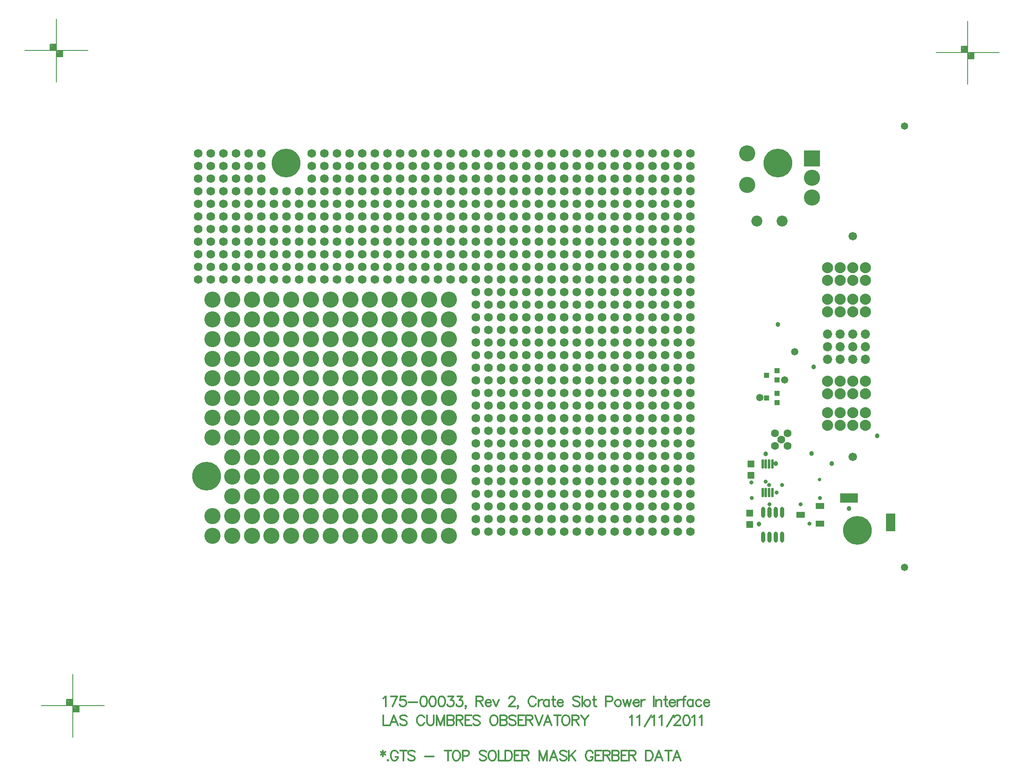
<source format=gts>
%FSLAX23Y23*%
%MOIN*%
G70*
G01*
G75*
G04 Layer_Color=8388736*
%ADD10R,0.135X0.070*%
%ADD11O,0.024X0.079*%
%ADD12R,0.036X0.036*%
%ADD13O,0.014X0.067*%
%ADD14R,0.059X0.039*%
%ADD15R,0.050X0.050*%
%ADD16R,0.070X0.135*%
%ADD17C,0.020*%
%ADD18C,0.040*%
%ADD19C,0.010*%
%ADD20C,0.012*%
%ADD21C,0.008*%
%ADD22C,0.012*%
%ADD23C,0.012*%
%ADD24C,0.120*%
%ADD25C,0.060*%
%ADD26C,0.220*%
%ADD27C,0.050*%
%ADD28C,0.059*%
%ADD29C,0.080*%
%ADD30C,0.065*%
%ADD31C,0.079*%
%ADD32R,0.120X0.120*%
%ADD33C,0.055*%
%ADD34C,0.030*%
%ADD35C,0.024*%
%ADD36C,0.020*%
%ADD37C,0.005*%
%ADD38C,0.110*%
%ADD39C,0.076*%
%ADD40C,0.206*%
%ADD41C,0.150*%
%ADD42C,0.190*%
%ADD43C,0.092*%
%ADD44C,0.073*%
%ADD45C,0.055*%
%ADD46C,0.068*%
%ADD47C,0.087*%
%ADD48C,0.007*%
%ADD49C,0.010*%
%ADD50C,0.024*%
%ADD51C,0.010*%
%ADD52C,0.039*%
%ADD53C,0.008*%
%ADD54C,0.006*%
%ADD55C,0.007*%
%ADD56R,0.239X0.139*%
%ADD57R,0.143X0.078*%
%ADD58O,0.032X0.087*%
%ADD59R,0.044X0.044*%
%ADD60O,0.022X0.075*%
%ADD61R,0.067X0.047*%
%ADD62R,0.058X0.058*%
%ADD63R,0.078X0.143*%
%ADD64C,0.128*%
%ADD65C,0.228*%
%ADD66C,0.058*%
%ADD67C,0.067*%
%ADD68C,0.088*%
%ADD69C,0.073*%
%ADD70C,0.087*%
%ADD71R,0.128X0.128*%
%ADD72C,0.063*%
%ADD73C,0.038*%
%ADD74C,0.032*%
%ADD75C,0.028*%
D20*
X22029Y14083D02*
Y14037D01*
X22010Y14072D02*
X22048Y14049D01*
Y14072D02*
X22010Y14049D01*
X22069Y14011D02*
X22065Y14007D01*
X22069Y14003D01*
X22072Y14007D01*
X22069Y14011D01*
X22147Y14064D02*
X22143Y14072D01*
X22136Y14079D01*
X22128Y14083D01*
X22113D01*
X22105Y14079D01*
X22098Y14072D01*
X22094Y14064D01*
X22090Y14053D01*
Y14034D01*
X22094Y14022D01*
X22098Y14015D01*
X22105Y14007D01*
X22113Y14003D01*
X22128D01*
X22136Y14007D01*
X22143Y14015D01*
X22147Y14022D01*
Y14034D01*
X22128D02*
X22147D01*
X22192Y14083D02*
Y14003D01*
X22165Y14083D02*
X22219D01*
X22281Y14072D02*
X22274Y14079D01*
X22262Y14083D01*
X22247D01*
X22236Y14079D01*
X22228Y14072D01*
Y14064D01*
X22232Y14056D01*
X22236Y14053D01*
X22243Y14049D01*
X22266Y14041D01*
X22274Y14037D01*
X22278Y14034D01*
X22281Y14026D01*
Y14015D01*
X22274Y14007D01*
X22262Y14003D01*
X22247D01*
X22236Y14007D01*
X22228Y14015D01*
X22362Y14037D02*
X22431D01*
X22544Y14083D02*
Y14003D01*
X22517Y14083D02*
X22571D01*
X22603D02*
X22595Y14079D01*
X22588Y14072D01*
X22584Y14064D01*
X22580Y14053D01*
Y14034D01*
X22584Y14022D01*
X22588Y14015D01*
X22595Y14007D01*
X22603Y14003D01*
X22618D01*
X22626Y14007D01*
X22633Y14015D01*
X22637Y14022D01*
X22641Y14034D01*
Y14053D01*
X22637Y14064D01*
X22633Y14072D01*
X22626Y14079D01*
X22618Y14083D01*
X22603D01*
X22660Y14041D02*
X22694D01*
X22705Y14045D01*
X22709Y14049D01*
X22713Y14056D01*
Y14068D01*
X22709Y14075D01*
X22705Y14079D01*
X22694Y14083D01*
X22660D01*
Y14003D01*
X22847Y14072D02*
X22839Y14079D01*
X22828Y14083D01*
X22813D01*
X22801Y14079D01*
X22794Y14072D01*
Y14064D01*
X22798Y14056D01*
X22801Y14053D01*
X22809Y14049D01*
X22832Y14041D01*
X22839Y14037D01*
X22843Y14034D01*
X22847Y14026D01*
Y14015D01*
X22839Y14007D01*
X22828Y14003D01*
X22813D01*
X22801Y14007D01*
X22794Y14015D01*
X22888Y14083D02*
X22880Y14079D01*
X22873Y14072D01*
X22869Y14064D01*
X22865Y14053D01*
Y14034D01*
X22869Y14022D01*
X22873Y14015D01*
X22880Y14007D01*
X22888Y14003D01*
X22903D01*
X22911Y14007D01*
X22918Y14015D01*
X22922Y14022D01*
X22926Y14034D01*
Y14053D01*
X22922Y14064D01*
X22918Y14072D01*
X22911Y14079D01*
X22903Y14083D01*
X22888D01*
X22945D02*
Y14003D01*
X22990D01*
X22999Y14083D02*
Y14003D01*
Y14083D02*
X23026D01*
X23037Y14079D01*
X23045Y14072D01*
X23049Y14064D01*
X23052Y14053D01*
Y14034D01*
X23049Y14022D01*
X23045Y14015D01*
X23037Y14007D01*
X23026Y14003D01*
X22999D01*
X23120Y14083D02*
X23070D01*
Y14003D01*
X23120D01*
X23070Y14045D02*
X23101D01*
X23133Y14083D02*
Y14003D01*
Y14083D02*
X23167D01*
X23179Y14079D01*
X23183Y14075D01*
X23186Y14068D01*
Y14060D01*
X23183Y14053D01*
X23179Y14049D01*
X23167Y14045D01*
X23133D01*
X23160D02*
X23186Y14003D01*
X23267Y14083D02*
Y14003D01*
Y14083D02*
X23298Y14003D01*
X23328Y14083D02*
X23298Y14003D01*
X23328Y14083D02*
Y14003D01*
X23412D02*
X23381Y14083D01*
X23351Y14003D01*
X23362Y14030D02*
X23400D01*
X23484Y14072D02*
X23476Y14079D01*
X23465Y14083D01*
X23450D01*
X23438Y14079D01*
X23431Y14072D01*
Y14064D01*
X23434Y14056D01*
X23438Y14053D01*
X23446Y14049D01*
X23469Y14041D01*
X23476Y14037D01*
X23480Y14034D01*
X23484Y14026D01*
Y14015D01*
X23476Y14007D01*
X23465Y14003D01*
X23450D01*
X23438Y14007D01*
X23431Y14015D01*
X23502Y14083D02*
Y14003D01*
X23555Y14083D02*
X23502Y14030D01*
X23521Y14049D02*
X23555Y14003D01*
X23693Y14064D02*
X23689Y14072D01*
X23682Y14079D01*
X23674Y14083D01*
X23659D01*
X23651Y14079D01*
X23643Y14072D01*
X23640Y14064D01*
X23636Y14053D01*
Y14034D01*
X23640Y14022D01*
X23643Y14015D01*
X23651Y14007D01*
X23659Y14003D01*
X23674D01*
X23682Y14007D01*
X23689Y14015D01*
X23693Y14022D01*
Y14034D01*
X23674D02*
X23693D01*
X23761Y14083D02*
X23711D01*
Y14003D01*
X23761D01*
X23711Y14045D02*
X23742D01*
X23774Y14083D02*
Y14003D01*
Y14083D02*
X23808D01*
X23820Y14079D01*
X23824Y14075D01*
X23827Y14068D01*
Y14060D01*
X23824Y14053D01*
X23820Y14049D01*
X23808Y14045D01*
X23774D01*
X23801D02*
X23827Y14003D01*
X23845Y14083D02*
Y14003D01*
Y14083D02*
X23880D01*
X23891Y14079D01*
X23895Y14075D01*
X23899Y14068D01*
Y14060D01*
X23895Y14053D01*
X23891Y14049D01*
X23880Y14045D01*
X23845D02*
X23880D01*
X23891Y14041D01*
X23895Y14037D01*
X23899Y14030D01*
Y14018D01*
X23895Y14011D01*
X23891Y14007D01*
X23880Y14003D01*
X23845D01*
X23966Y14083D02*
X23917D01*
Y14003D01*
X23966D01*
X23917Y14045D02*
X23947D01*
X23979Y14083D02*
Y14003D01*
Y14083D02*
X24014D01*
X24025Y14079D01*
X24029Y14075D01*
X24033Y14068D01*
Y14060D01*
X24029Y14053D01*
X24025Y14049D01*
X24014Y14045D01*
X23979D01*
X24006D02*
X24033Y14003D01*
X24113Y14083D02*
Y14003D01*
Y14083D02*
X24140D01*
X24152Y14079D01*
X24159Y14072D01*
X24163Y14064D01*
X24167Y14053D01*
Y14034D01*
X24163Y14022D01*
X24159Y14015D01*
X24152Y14007D01*
X24140Y14003D01*
X24113D01*
X24246D02*
X24215Y14083D01*
X24185Y14003D01*
X24196Y14030D02*
X24234D01*
X24291Y14083D02*
Y14003D01*
X24264Y14083D02*
X24318D01*
X24388Y14003D02*
X24358Y14083D01*
X24327Y14003D01*
X24339Y14030D02*
X24377D01*
D21*
X19321Y14441D02*
X19821D01*
X19571Y14191D02*
Y14691D01*
X19521Y14441D02*
Y14491D01*
X19571D01*
X19621Y14391D02*
Y14441D01*
X19571Y14391D02*
X19621D01*
X19576Y14436D02*
X19616D01*
Y14396D02*
Y14436D01*
X19576Y14396D02*
X19616D01*
X19576D02*
Y14436D01*
X19581Y14431D02*
X19611D01*
Y14401D02*
Y14431D01*
X19581Y14401D02*
X19611D01*
X19581D02*
Y14426D01*
X19586D02*
X19606D01*
Y14406D02*
Y14426D01*
X19586Y14406D02*
X19606D01*
X19586D02*
Y14421D01*
X19591D02*
X19601D01*
Y14411D02*
Y14421D01*
X19591Y14411D02*
X19601D01*
X19591D02*
Y14421D01*
Y14416D02*
X19601D01*
X19526Y14486D02*
X19566D01*
Y14446D02*
Y14486D01*
X19526Y14446D02*
X19566D01*
X19526D02*
Y14486D01*
X19531Y14481D02*
X19561D01*
Y14451D02*
Y14481D01*
X19531Y14451D02*
X19561D01*
X19531D02*
Y14476D01*
X19536D02*
X19556D01*
Y14456D02*
Y14476D01*
X19536Y14456D02*
X19556D01*
X19536D02*
Y14471D01*
X19541D02*
X19551D01*
Y14461D02*
Y14471D01*
X19541Y14461D02*
X19551D01*
X19541D02*
Y14471D01*
Y14466D02*
X19551D01*
X19192Y19635D02*
X19692D01*
X19442Y19385D02*
Y19885D01*
X19392Y19635D02*
Y19685D01*
X19442D01*
X19492Y19585D02*
Y19635D01*
X19442Y19585D02*
X19492D01*
X19447Y19630D02*
X19487D01*
Y19590D02*
Y19630D01*
X19447Y19590D02*
X19487D01*
X19447D02*
Y19630D01*
X19452Y19625D02*
X19482D01*
Y19595D02*
Y19625D01*
X19452Y19595D02*
X19482D01*
X19452D02*
Y19620D01*
X19457D02*
X19477D01*
Y19600D02*
Y19620D01*
X19457Y19600D02*
X19477D01*
X19457D02*
Y19615D01*
X19462D02*
X19472D01*
Y19605D02*
Y19615D01*
X19462Y19605D02*
X19472D01*
X19462D02*
Y19615D01*
Y19610D02*
X19472D01*
X19397Y19680D02*
X19437D01*
Y19640D02*
Y19680D01*
X19397Y19640D02*
X19437D01*
X19397D02*
Y19680D01*
X19402Y19675D02*
X19432D01*
Y19645D02*
Y19675D01*
X19402Y19645D02*
X19432D01*
X19402D02*
Y19670D01*
X19407D02*
X19427D01*
Y19650D02*
Y19670D01*
X19407Y19650D02*
X19427D01*
X19407D02*
Y19665D01*
X19412D02*
X19422D01*
Y19655D02*
Y19665D01*
X19412Y19655D02*
X19422D01*
X19412D02*
Y19665D01*
Y19660D02*
X19422D01*
X26412Y19619D02*
X26912D01*
X26662Y19369D02*
Y19869D01*
X26612Y19619D02*
Y19669D01*
X26662D01*
X26712Y19569D02*
Y19619D01*
X26662Y19569D02*
X26712D01*
X26667Y19614D02*
X26707D01*
Y19574D02*
Y19614D01*
X26667Y19574D02*
X26707D01*
X26667D02*
Y19614D01*
X26672Y19609D02*
X26702D01*
Y19579D02*
Y19609D01*
X26672Y19579D02*
X26702D01*
X26672D02*
Y19604D01*
X26677D02*
X26697D01*
Y19584D02*
Y19604D01*
X26677Y19584D02*
X26697D01*
X26677D02*
Y19599D01*
X26682D02*
X26692D01*
Y19589D02*
Y19599D01*
X26682Y19589D02*
X26692D01*
X26682D02*
Y19599D01*
Y19594D02*
X26692D01*
X26617Y19664D02*
X26657D01*
Y19624D02*
Y19664D01*
X26617Y19624D02*
X26657D01*
X26617D02*
Y19664D01*
X26622Y19659D02*
X26652D01*
Y19629D02*
Y19659D01*
X26622Y19629D02*
X26652D01*
X26622D02*
Y19654D01*
X26627D02*
X26647D01*
Y19634D02*
Y19654D01*
X26627Y19634D02*
X26647D01*
X26627D02*
Y19649D01*
X26632D02*
X26642D01*
Y19639D02*
Y19649D01*
X26632Y19639D02*
X26642D01*
X26632D02*
Y19649D01*
Y19644D02*
X26642D01*
D22*
X22031Y14498D02*
X22039Y14502D01*
X22050Y14514D01*
Y14434D01*
X22143Y14514D02*
X22105Y14434D01*
X22090Y14514D02*
X22143D01*
X22207D02*
X22169D01*
X22165Y14479D01*
X22169Y14483D01*
X22180Y14487D01*
X22192D01*
X22203Y14483D01*
X22211Y14476D01*
X22215Y14464D01*
Y14457D01*
X22211Y14445D01*
X22203Y14438D01*
X22192Y14434D01*
X22180D01*
X22169Y14438D01*
X22165Y14441D01*
X22161Y14449D01*
X22232Y14468D02*
X22301D01*
X22347Y14514D02*
X22336Y14510D01*
X22328Y14498D01*
X22325Y14479D01*
Y14468D01*
X22328Y14449D01*
X22336Y14438D01*
X22347Y14434D01*
X22355D01*
X22367Y14438D01*
X22374Y14449D01*
X22378Y14468D01*
Y14479D01*
X22374Y14498D01*
X22367Y14510D01*
X22355Y14514D01*
X22347D01*
X22419D02*
X22407Y14510D01*
X22400Y14498D01*
X22396Y14479D01*
Y14468D01*
X22400Y14449D01*
X22407Y14438D01*
X22419Y14434D01*
X22426D01*
X22438Y14438D01*
X22445Y14449D01*
X22449Y14468D01*
Y14479D01*
X22445Y14498D01*
X22438Y14510D01*
X22426Y14514D01*
X22419D01*
X22490D02*
X22478Y14510D01*
X22471Y14498D01*
X22467Y14479D01*
Y14468D01*
X22471Y14449D01*
X22478Y14438D01*
X22490Y14434D01*
X22498D01*
X22509Y14438D01*
X22517Y14449D01*
X22520Y14468D01*
Y14479D01*
X22517Y14498D01*
X22509Y14510D01*
X22498Y14514D01*
X22490D01*
X22546D02*
X22588D01*
X22565Y14483D01*
X22576D01*
X22584Y14479D01*
X22588Y14476D01*
X22592Y14464D01*
Y14457D01*
X22588Y14445D01*
X22580Y14438D01*
X22569Y14434D01*
X22557D01*
X22546Y14438D01*
X22542Y14441D01*
X22538Y14449D01*
X22617Y14514D02*
X22659D01*
X22636Y14483D01*
X22648D01*
X22655Y14479D01*
X22659Y14476D01*
X22663Y14464D01*
Y14457D01*
X22659Y14445D01*
X22651Y14438D01*
X22640Y14434D01*
X22629D01*
X22617Y14438D01*
X22613Y14441D01*
X22610Y14449D01*
X22688Y14438D02*
X22685Y14434D01*
X22681Y14438D01*
X22685Y14441D01*
X22688Y14438D01*
Y14430D01*
X22685Y14422D01*
X22681Y14418D01*
X22769Y14514D02*
Y14434D01*
Y14514D02*
X22803D01*
X22814Y14510D01*
X22818Y14506D01*
X22822Y14498D01*
Y14491D01*
X22818Y14483D01*
X22814Y14479D01*
X22803Y14476D01*
X22769D01*
X22795D02*
X22822Y14434D01*
X22840Y14464D02*
X22886D01*
Y14472D01*
X22882Y14479D01*
X22878Y14483D01*
X22870Y14487D01*
X22859D01*
X22851Y14483D01*
X22844Y14476D01*
X22840Y14464D01*
Y14457D01*
X22844Y14445D01*
X22851Y14438D01*
X22859Y14434D01*
X22870D01*
X22878Y14438D01*
X22886Y14445D01*
X22903Y14487D02*
X22926Y14434D01*
X22948Y14487D02*
X22926Y14434D01*
X23028Y14495D02*
Y14498D01*
X23032Y14506D01*
X23036Y14510D01*
X23043Y14514D01*
X23059D01*
X23066Y14510D01*
X23070Y14506D01*
X23074Y14498D01*
Y14491D01*
X23070Y14483D01*
X23062Y14472D01*
X23024Y14434D01*
X23078D01*
X23103Y14438D02*
X23099Y14434D01*
X23095Y14438D01*
X23099Y14441D01*
X23103Y14438D01*
Y14430D01*
X23099Y14422D01*
X23095Y14418D01*
X23241Y14495D02*
X23237Y14502D01*
X23229Y14510D01*
X23222Y14514D01*
X23206D01*
X23199Y14510D01*
X23191Y14502D01*
X23187Y14495D01*
X23183Y14483D01*
Y14464D01*
X23187Y14453D01*
X23191Y14445D01*
X23199Y14438D01*
X23206Y14434D01*
X23222D01*
X23229Y14438D01*
X23237Y14445D01*
X23241Y14453D01*
X23263Y14487D02*
Y14434D01*
Y14464D02*
X23267Y14476D01*
X23275Y14483D01*
X23282Y14487D01*
X23294D01*
X23346D02*
Y14434D01*
Y14476D02*
X23339Y14483D01*
X23331Y14487D01*
X23320D01*
X23312Y14483D01*
X23305Y14476D01*
X23301Y14464D01*
Y14457D01*
X23305Y14445D01*
X23312Y14438D01*
X23320Y14434D01*
X23331D01*
X23339Y14438D01*
X23346Y14445D01*
X23379Y14514D02*
Y14449D01*
X23383Y14438D01*
X23391Y14434D01*
X23398D01*
X23368Y14487D02*
X23394D01*
X23410Y14464D02*
X23455D01*
Y14472D01*
X23452Y14479D01*
X23448Y14483D01*
X23440Y14487D01*
X23429D01*
X23421Y14483D01*
X23414Y14476D01*
X23410Y14464D01*
Y14457D01*
X23414Y14445D01*
X23421Y14438D01*
X23429Y14434D01*
X23440D01*
X23448Y14438D01*
X23455Y14445D01*
X23589Y14502D02*
X23581Y14510D01*
X23570Y14514D01*
X23554D01*
X23543Y14510D01*
X23535Y14502D01*
Y14495D01*
X23539Y14487D01*
X23543Y14483D01*
X23551Y14479D01*
X23573Y14472D01*
X23581Y14468D01*
X23585Y14464D01*
X23589Y14457D01*
Y14445D01*
X23581Y14438D01*
X23570Y14434D01*
X23554D01*
X23543Y14438D01*
X23535Y14445D01*
X23607Y14514D02*
Y14434D01*
X23642Y14487D02*
X23635Y14483D01*
X23627Y14476D01*
X23623Y14464D01*
Y14457D01*
X23627Y14445D01*
X23635Y14438D01*
X23642Y14434D01*
X23654D01*
X23661Y14438D01*
X23669Y14445D01*
X23673Y14457D01*
Y14464D01*
X23669Y14476D01*
X23661Y14483D01*
X23654Y14487D01*
X23642D01*
X23702Y14514D02*
Y14449D01*
X23706Y14438D01*
X23713Y14434D01*
X23721D01*
X23690Y14487D02*
X23717D01*
X23795Y14472D02*
X23829D01*
X23841Y14476D01*
X23845Y14479D01*
X23848Y14487D01*
Y14498D01*
X23845Y14506D01*
X23841Y14510D01*
X23829Y14514D01*
X23795D01*
Y14434D01*
X23885Y14487D02*
X23878Y14483D01*
X23870Y14476D01*
X23866Y14464D01*
Y14457D01*
X23870Y14445D01*
X23878Y14438D01*
X23885Y14434D01*
X23897D01*
X23904Y14438D01*
X23912Y14445D01*
X23916Y14457D01*
Y14464D01*
X23912Y14476D01*
X23904Y14483D01*
X23897Y14487D01*
X23885D01*
X23933D02*
X23949Y14434D01*
X23964Y14487D02*
X23949Y14434D01*
X23964Y14487D02*
X23979Y14434D01*
X23994Y14487D02*
X23979Y14434D01*
X24013Y14464D02*
X24059D01*
Y14472D01*
X24055Y14479D01*
X24051Y14483D01*
X24043Y14487D01*
X24032D01*
X24024Y14483D01*
X24017Y14476D01*
X24013Y14464D01*
Y14457D01*
X24017Y14445D01*
X24024Y14438D01*
X24032Y14434D01*
X24043D01*
X24051Y14438D01*
X24059Y14445D01*
X24076Y14487D02*
Y14434D01*
Y14464D02*
X24080Y14476D01*
X24087Y14483D01*
X24095Y14487D01*
X24106D01*
X24176Y14514D02*
Y14434D01*
X24193Y14487D02*
Y14434D01*
Y14472D02*
X24205Y14483D01*
X24212Y14487D01*
X24224D01*
X24231Y14483D01*
X24235Y14472D01*
Y14434D01*
X24267Y14514D02*
Y14449D01*
X24271Y14438D01*
X24279Y14434D01*
X24286D01*
X24256Y14487D02*
X24283D01*
X24298Y14464D02*
X24344D01*
Y14472D01*
X24340Y14479D01*
X24336Y14483D01*
X24328Y14487D01*
X24317D01*
X24309Y14483D01*
X24302Y14476D01*
X24298Y14464D01*
Y14457D01*
X24302Y14445D01*
X24309Y14438D01*
X24317Y14434D01*
X24328D01*
X24336Y14438D01*
X24344Y14445D01*
X24361Y14487D02*
Y14434D01*
Y14464D02*
X24365Y14476D01*
X24372Y14483D01*
X24380Y14487D01*
X24391D01*
X24429Y14514D02*
X24421D01*
X24414Y14510D01*
X24410Y14498D01*
Y14434D01*
X24398Y14487D02*
X24425D01*
X24486D02*
Y14434D01*
Y14476D02*
X24478Y14483D01*
X24471Y14487D01*
X24459D01*
X24452Y14483D01*
X24444Y14476D01*
X24440Y14464D01*
Y14457D01*
X24444Y14445D01*
X24452Y14438D01*
X24459Y14434D01*
X24471D01*
X24478Y14438D01*
X24486Y14445D01*
X24553Y14476D02*
X24545Y14483D01*
X24538Y14487D01*
X24526D01*
X24519Y14483D01*
X24511Y14476D01*
X24507Y14464D01*
Y14457D01*
X24511Y14445D01*
X24519Y14438D01*
X24526Y14434D01*
X24538D01*
X24545Y14438D01*
X24553Y14445D01*
X24570Y14464D02*
X24616D01*
Y14472D01*
X24612Y14479D01*
X24608Y14483D01*
X24601Y14487D01*
X24589D01*
X24582Y14483D01*
X24574Y14476D01*
X24570Y14464D01*
Y14457D01*
X24574Y14445D01*
X24582Y14438D01*
X24589Y14434D01*
X24601D01*
X24608Y14438D01*
X24616Y14445D01*
D23*
X22031Y14364D02*
Y14284D01*
X22077D01*
X22147D02*
X22116Y14364D01*
X22086Y14284D01*
X22097Y14310D02*
X22135D01*
X22219Y14352D02*
X22211Y14360D01*
X22200Y14364D01*
X22184D01*
X22173Y14360D01*
X22165Y14352D01*
Y14345D01*
X22169Y14337D01*
X22173Y14333D01*
X22181Y14329D01*
X22204Y14322D01*
X22211Y14318D01*
X22215Y14314D01*
X22219Y14307D01*
Y14295D01*
X22211Y14287D01*
X22200Y14284D01*
X22184D01*
X22173Y14287D01*
X22165Y14295D01*
X22357Y14345D02*
X22353Y14352D01*
X22345Y14360D01*
X22338Y14364D01*
X22322D01*
X22315Y14360D01*
X22307Y14352D01*
X22303Y14345D01*
X22299Y14333D01*
Y14314D01*
X22303Y14303D01*
X22307Y14295D01*
X22315Y14287D01*
X22322Y14284D01*
X22338D01*
X22345Y14287D01*
X22353Y14295D01*
X22357Y14303D01*
X22379Y14364D02*
Y14307D01*
X22383Y14295D01*
X22391Y14287D01*
X22402Y14284D01*
X22410D01*
X22421Y14287D01*
X22429Y14295D01*
X22432Y14307D01*
Y14364D01*
X22454D02*
Y14284D01*
Y14364D02*
X22485Y14284D01*
X22515Y14364D02*
X22485Y14284D01*
X22515Y14364D02*
Y14284D01*
X22538Y14364D02*
Y14284D01*
Y14364D02*
X22573D01*
X22584Y14360D01*
X22588Y14356D01*
X22592Y14348D01*
Y14341D01*
X22588Y14333D01*
X22584Y14329D01*
X22573Y14326D01*
X22538D02*
X22573D01*
X22584Y14322D01*
X22588Y14318D01*
X22592Y14310D01*
Y14299D01*
X22588Y14291D01*
X22584Y14287D01*
X22573Y14284D01*
X22538D01*
X22610Y14364D02*
Y14284D01*
Y14364D02*
X22644D01*
X22655Y14360D01*
X22659Y14356D01*
X22663Y14348D01*
Y14341D01*
X22659Y14333D01*
X22655Y14329D01*
X22644Y14326D01*
X22610D01*
X22636D02*
X22663Y14284D01*
X22730Y14364D02*
X22681D01*
Y14284D01*
X22730D01*
X22681Y14326D02*
X22711D01*
X22797Y14352D02*
X22789Y14360D01*
X22778Y14364D01*
X22763D01*
X22751Y14360D01*
X22744Y14352D01*
Y14345D01*
X22747Y14337D01*
X22751Y14333D01*
X22759Y14329D01*
X22782Y14322D01*
X22789Y14318D01*
X22793Y14314D01*
X22797Y14307D01*
Y14295D01*
X22789Y14287D01*
X22778Y14284D01*
X22763D01*
X22751Y14287D01*
X22744Y14295D01*
X22900Y14364D02*
X22893Y14360D01*
X22885Y14352D01*
X22881Y14345D01*
X22878Y14333D01*
Y14314D01*
X22881Y14303D01*
X22885Y14295D01*
X22893Y14287D01*
X22900Y14284D01*
X22916D01*
X22923Y14287D01*
X22931Y14295D01*
X22935Y14303D01*
X22939Y14314D01*
Y14333D01*
X22935Y14345D01*
X22931Y14352D01*
X22923Y14360D01*
X22916Y14364D01*
X22900D01*
X22957D02*
Y14284D01*
Y14364D02*
X22992D01*
X23003Y14360D01*
X23007Y14356D01*
X23011Y14348D01*
Y14341D01*
X23007Y14333D01*
X23003Y14329D01*
X22992Y14326D01*
X22957D02*
X22992D01*
X23003Y14322D01*
X23007Y14318D01*
X23011Y14310D01*
Y14299D01*
X23007Y14291D01*
X23003Y14287D01*
X22992Y14284D01*
X22957D01*
X23082Y14352D02*
X23074Y14360D01*
X23063Y14364D01*
X23048D01*
X23036Y14360D01*
X23028Y14352D01*
Y14345D01*
X23032Y14337D01*
X23036Y14333D01*
X23044Y14329D01*
X23067Y14322D01*
X23074Y14318D01*
X23078Y14314D01*
X23082Y14307D01*
Y14295D01*
X23074Y14287D01*
X23063Y14284D01*
X23048D01*
X23036Y14287D01*
X23028Y14295D01*
X23149Y14364D02*
X23100D01*
Y14284D01*
X23149D01*
X23100Y14326D02*
X23130D01*
X23163Y14364D02*
Y14284D01*
Y14364D02*
X23197D01*
X23208Y14360D01*
X23212Y14356D01*
X23216Y14348D01*
Y14341D01*
X23212Y14333D01*
X23208Y14329D01*
X23197Y14326D01*
X23163D01*
X23189D02*
X23216Y14284D01*
X23234Y14364D02*
X23264Y14284D01*
X23295Y14364D02*
X23264Y14284D01*
X23366D02*
X23335Y14364D01*
X23305Y14284D01*
X23316Y14310D02*
X23354D01*
X23411Y14364D02*
Y14284D01*
X23385Y14364D02*
X23438D01*
X23470D02*
X23463Y14360D01*
X23455Y14352D01*
X23451Y14345D01*
X23447Y14333D01*
Y14314D01*
X23451Y14303D01*
X23455Y14295D01*
X23463Y14287D01*
X23470Y14284D01*
X23486D01*
X23493Y14287D01*
X23501Y14295D01*
X23505Y14303D01*
X23508Y14314D01*
Y14333D01*
X23505Y14345D01*
X23501Y14352D01*
X23493Y14360D01*
X23486Y14364D01*
X23470D01*
X23527D02*
Y14284D01*
Y14364D02*
X23561D01*
X23573Y14360D01*
X23577Y14356D01*
X23580Y14348D01*
Y14341D01*
X23577Y14333D01*
X23573Y14329D01*
X23561Y14326D01*
X23527D01*
X23554D02*
X23580Y14284D01*
X23598Y14364D02*
X23629Y14326D01*
Y14284D01*
X23659Y14364D02*
X23629Y14326D01*
X23984Y14348D02*
X23991Y14352D01*
X24003Y14364D01*
Y14284D01*
X24042Y14348D02*
X24050Y14352D01*
X24061Y14364D01*
Y14284D01*
X24101Y14272D02*
X24154Y14364D01*
X24160Y14348D02*
X24167Y14352D01*
X24179Y14364D01*
Y14284D01*
X24218Y14348D02*
X24226Y14352D01*
X24237Y14364D01*
Y14284D01*
X24277Y14272D02*
X24330Y14364D01*
X24339Y14345D02*
Y14348D01*
X24343Y14356D01*
X24347Y14360D01*
X24355Y14364D01*
X24370D01*
X24378Y14360D01*
X24381Y14356D01*
X24385Y14348D01*
Y14341D01*
X24381Y14333D01*
X24374Y14322D01*
X24336Y14284D01*
X24389D01*
X24430Y14364D02*
X24418Y14360D01*
X24411Y14348D01*
X24407Y14329D01*
Y14318D01*
X24411Y14299D01*
X24418Y14287D01*
X24430Y14284D01*
X24437D01*
X24449Y14287D01*
X24456Y14299D01*
X24460Y14318D01*
Y14329D01*
X24456Y14348D01*
X24449Y14360D01*
X24437Y14364D01*
X24430D01*
X24478Y14348D02*
X24486Y14352D01*
X24497Y14364D01*
Y14284D01*
X24537Y14348D02*
X24544Y14352D01*
X24556Y14364D01*
Y14284D01*
D46*
X22066Y18819D02*
D03*
Y18719D02*
D03*
Y18619D02*
D03*
Y18519D02*
D03*
X21966Y18819D02*
D03*
Y18719D02*
D03*
Y18619D02*
D03*
Y18519D02*
D03*
X21866Y18819D02*
D03*
Y18719D02*
D03*
Y18619D02*
D03*
Y18519D02*
D03*
X21766Y18819D02*
D03*
Y18719D02*
D03*
Y18619D02*
D03*
Y18519D02*
D03*
X21666Y18819D02*
D03*
Y18719D02*
D03*
Y18619D02*
D03*
Y18519D02*
D03*
X21566D02*
D03*
Y18619D02*
D03*
Y18719D02*
D03*
Y18819D02*
D03*
X22066Y18319D02*
D03*
Y18219D02*
D03*
Y18119D02*
D03*
Y18019D02*
D03*
Y17919D02*
D03*
X21966Y18319D02*
D03*
Y18219D02*
D03*
Y18119D02*
D03*
Y18019D02*
D03*
Y17919D02*
D03*
X21866Y18319D02*
D03*
Y18219D02*
D03*
Y18119D02*
D03*
Y18019D02*
D03*
Y17919D02*
D03*
X21766Y18319D02*
D03*
Y18219D02*
D03*
Y18119D02*
D03*
Y18019D02*
D03*
Y17919D02*
D03*
X21666Y18319D02*
D03*
Y18219D02*
D03*
Y18119D02*
D03*
Y18019D02*
D03*
Y17919D02*
D03*
X21566D02*
D03*
Y18019D02*
D03*
Y18119D02*
D03*
Y18219D02*
D03*
Y18319D02*
D03*
X22066Y18419D02*
D03*
X21966D02*
D03*
X21866D02*
D03*
X21766D02*
D03*
X21666D02*
D03*
X21566D02*
D03*
X20966D02*
D03*
X21066D02*
D03*
X21166D02*
D03*
X21266D02*
D03*
X21366D02*
D03*
X21466D02*
D03*
X20966Y18319D02*
D03*
Y18219D02*
D03*
Y18119D02*
D03*
Y18019D02*
D03*
Y17919D02*
D03*
X21066D02*
D03*
Y18019D02*
D03*
Y18119D02*
D03*
Y18219D02*
D03*
Y18319D02*
D03*
X21166Y17919D02*
D03*
Y18019D02*
D03*
Y18119D02*
D03*
Y18219D02*
D03*
Y18319D02*
D03*
X21266Y17919D02*
D03*
Y18019D02*
D03*
Y18119D02*
D03*
Y18219D02*
D03*
Y18319D02*
D03*
X21366Y17919D02*
D03*
Y18019D02*
D03*
Y18119D02*
D03*
Y18219D02*
D03*
Y18319D02*
D03*
X21466Y17919D02*
D03*
Y18019D02*
D03*
Y18119D02*
D03*
Y18219D02*
D03*
Y18319D02*
D03*
X20966Y18819D02*
D03*
Y18719D02*
D03*
Y18619D02*
D03*
Y18519D02*
D03*
X21066D02*
D03*
Y18619D02*
D03*
Y18719D02*
D03*
Y18819D02*
D03*
X21166Y18519D02*
D03*
X21266D02*
D03*
X21366D02*
D03*
X21466D02*
D03*
Y18619D02*
D03*
Y18719D02*
D03*
Y18819D02*
D03*
X20566Y18419D02*
D03*
X20666D02*
D03*
X20766D02*
D03*
X20866D02*
D03*
X20566Y17919D02*
D03*
Y18019D02*
D03*
Y18119D02*
D03*
Y18219D02*
D03*
Y18319D02*
D03*
X20666Y17919D02*
D03*
Y18019D02*
D03*
Y18119D02*
D03*
Y18219D02*
D03*
Y18319D02*
D03*
X20766Y17919D02*
D03*
Y18019D02*
D03*
Y18119D02*
D03*
Y18219D02*
D03*
Y18319D02*
D03*
X20866Y17919D02*
D03*
Y18019D02*
D03*
Y18119D02*
D03*
Y18219D02*
D03*
Y18319D02*
D03*
X20566Y18519D02*
D03*
Y18619D02*
D03*
Y18719D02*
D03*
Y18819D02*
D03*
X20666Y18519D02*
D03*
Y18619D02*
D03*
Y18719D02*
D03*
Y18819D02*
D03*
X20766Y18519D02*
D03*
Y18619D02*
D03*
Y18719D02*
D03*
Y18819D02*
D03*
X20866Y18519D02*
D03*
Y18619D02*
D03*
Y18719D02*
D03*
Y18819D02*
D03*
Y17819D02*
D03*
X20766D02*
D03*
X20666D02*
D03*
X20566D02*
D03*
X21466D02*
D03*
X21366D02*
D03*
X21266D02*
D03*
X21166D02*
D03*
X21066D02*
D03*
X20966D02*
D03*
X21566D02*
D03*
X21666D02*
D03*
X21766D02*
D03*
X21866D02*
D03*
X21966D02*
D03*
X22066D02*
D03*
X24466Y16319D02*
D03*
Y16219D02*
D03*
Y16119D02*
D03*
Y16019D02*
D03*
Y15919D02*
D03*
X24366Y16319D02*
D03*
Y16219D02*
D03*
Y16119D02*
D03*
Y16019D02*
D03*
Y15919D02*
D03*
X24266Y16319D02*
D03*
Y16219D02*
D03*
Y16119D02*
D03*
Y16019D02*
D03*
Y15919D02*
D03*
X24166Y16319D02*
D03*
Y16219D02*
D03*
Y16119D02*
D03*
Y16019D02*
D03*
Y15919D02*
D03*
X24066Y16319D02*
D03*
Y16219D02*
D03*
Y16119D02*
D03*
Y16019D02*
D03*
Y15919D02*
D03*
X23966D02*
D03*
Y16019D02*
D03*
Y16119D02*
D03*
Y16219D02*
D03*
Y16319D02*
D03*
X24466Y16419D02*
D03*
X24366D02*
D03*
X24266D02*
D03*
X24166D02*
D03*
X24066D02*
D03*
X23966D02*
D03*
X24466Y15819D02*
D03*
X24366D02*
D03*
X24266D02*
D03*
X24166D02*
D03*
X24066D02*
D03*
X23966D02*
D03*
X23366D02*
D03*
X23466D02*
D03*
X23566D02*
D03*
X23666D02*
D03*
X23766D02*
D03*
X23866D02*
D03*
X23366Y16419D02*
D03*
X23466D02*
D03*
X23566D02*
D03*
X23666D02*
D03*
X23766D02*
D03*
X23866D02*
D03*
X23366Y16319D02*
D03*
Y16219D02*
D03*
Y16119D02*
D03*
Y16019D02*
D03*
Y15919D02*
D03*
X23466D02*
D03*
Y16019D02*
D03*
Y16119D02*
D03*
Y16219D02*
D03*
Y16319D02*
D03*
X23566Y15919D02*
D03*
Y16019D02*
D03*
Y16119D02*
D03*
Y16219D02*
D03*
Y16319D02*
D03*
X23666Y15919D02*
D03*
Y16019D02*
D03*
Y16119D02*
D03*
Y16219D02*
D03*
Y16319D02*
D03*
X23766Y15919D02*
D03*
Y16019D02*
D03*
Y16119D02*
D03*
Y16219D02*
D03*
Y16319D02*
D03*
X23866Y15919D02*
D03*
Y16019D02*
D03*
Y16119D02*
D03*
Y16219D02*
D03*
Y16319D02*
D03*
X22766Y15819D02*
D03*
X22866D02*
D03*
X22966D02*
D03*
X23066D02*
D03*
X23166D02*
D03*
X23266D02*
D03*
X22766Y16419D02*
D03*
X22866D02*
D03*
X22966D02*
D03*
X23066D02*
D03*
X23166D02*
D03*
X23266D02*
D03*
X22766Y16319D02*
D03*
Y16219D02*
D03*
Y16119D02*
D03*
Y16019D02*
D03*
Y15919D02*
D03*
X22866D02*
D03*
Y16019D02*
D03*
Y16119D02*
D03*
Y16219D02*
D03*
Y16319D02*
D03*
X22966Y15919D02*
D03*
Y16019D02*
D03*
Y16119D02*
D03*
Y16219D02*
D03*
Y16319D02*
D03*
X23066Y15919D02*
D03*
Y16019D02*
D03*
Y16119D02*
D03*
Y16219D02*
D03*
Y16319D02*
D03*
X23166Y15919D02*
D03*
Y16019D02*
D03*
Y16119D02*
D03*
Y16219D02*
D03*
Y16319D02*
D03*
X23266Y15919D02*
D03*
Y16019D02*
D03*
Y16119D02*
D03*
Y16219D02*
D03*
Y16319D02*
D03*
X24466Y17619D02*
D03*
Y17519D02*
D03*
Y17419D02*
D03*
Y17319D02*
D03*
Y17219D02*
D03*
X24366Y17619D02*
D03*
Y17519D02*
D03*
Y17419D02*
D03*
Y17319D02*
D03*
Y17219D02*
D03*
X24266Y17619D02*
D03*
Y17519D02*
D03*
Y17419D02*
D03*
Y17319D02*
D03*
Y17219D02*
D03*
X24166Y17619D02*
D03*
Y17519D02*
D03*
Y17419D02*
D03*
Y17319D02*
D03*
Y17219D02*
D03*
X24066Y17619D02*
D03*
Y17519D02*
D03*
Y17419D02*
D03*
Y17319D02*
D03*
Y17219D02*
D03*
X23966D02*
D03*
Y17319D02*
D03*
Y17419D02*
D03*
Y17519D02*
D03*
Y17619D02*
D03*
X24466Y17719D02*
D03*
X24366D02*
D03*
X24266D02*
D03*
X24166D02*
D03*
X24066D02*
D03*
X23966D02*
D03*
X24466Y17019D02*
D03*
Y16919D02*
D03*
Y16819D02*
D03*
Y16719D02*
D03*
Y16619D02*
D03*
X24366Y17019D02*
D03*
Y16919D02*
D03*
Y16819D02*
D03*
Y16719D02*
D03*
Y16619D02*
D03*
X24266Y17019D02*
D03*
Y16919D02*
D03*
Y16819D02*
D03*
Y16719D02*
D03*
Y16619D02*
D03*
X24166Y17019D02*
D03*
Y16919D02*
D03*
Y16819D02*
D03*
Y16719D02*
D03*
Y16619D02*
D03*
X24066Y17019D02*
D03*
Y16919D02*
D03*
Y16819D02*
D03*
Y16719D02*
D03*
Y16619D02*
D03*
X23966D02*
D03*
Y16719D02*
D03*
Y16819D02*
D03*
Y16919D02*
D03*
Y17019D02*
D03*
X24466Y17119D02*
D03*
X24366D02*
D03*
X24266D02*
D03*
X24166D02*
D03*
X24066D02*
D03*
X23966D02*
D03*
X23366D02*
D03*
X23466D02*
D03*
X23566D02*
D03*
X23666D02*
D03*
X23766D02*
D03*
X23866D02*
D03*
X23366Y17019D02*
D03*
Y16919D02*
D03*
Y16819D02*
D03*
Y16719D02*
D03*
Y16619D02*
D03*
X23466D02*
D03*
Y16719D02*
D03*
Y16819D02*
D03*
Y16919D02*
D03*
Y17019D02*
D03*
X23566Y16619D02*
D03*
Y16719D02*
D03*
Y16819D02*
D03*
Y16919D02*
D03*
Y17019D02*
D03*
X23666Y16619D02*
D03*
Y16719D02*
D03*
Y16819D02*
D03*
Y16919D02*
D03*
Y17019D02*
D03*
X23766Y16619D02*
D03*
Y16719D02*
D03*
Y16819D02*
D03*
Y16919D02*
D03*
Y17019D02*
D03*
X23866Y16619D02*
D03*
Y16719D02*
D03*
Y16819D02*
D03*
Y16919D02*
D03*
Y17019D02*
D03*
X23366Y17719D02*
D03*
X23466D02*
D03*
X23566D02*
D03*
X23666D02*
D03*
X23766D02*
D03*
X23866D02*
D03*
X23366Y17619D02*
D03*
Y17519D02*
D03*
Y17419D02*
D03*
Y17319D02*
D03*
Y17219D02*
D03*
X23466D02*
D03*
Y17319D02*
D03*
Y17419D02*
D03*
Y17519D02*
D03*
Y17619D02*
D03*
X23566Y17219D02*
D03*
Y17319D02*
D03*
Y17419D02*
D03*
Y17519D02*
D03*
Y17619D02*
D03*
X23666Y17219D02*
D03*
Y17319D02*
D03*
Y17419D02*
D03*
Y17519D02*
D03*
Y17619D02*
D03*
X23766Y17219D02*
D03*
Y17319D02*
D03*
Y17419D02*
D03*
Y17519D02*
D03*
Y17619D02*
D03*
X23866Y17219D02*
D03*
Y17319D02*
D03*
Y17419D02*
D03*
Y17519D02*
D03*
Y17619D02*
D03*
X22766Y17119D02*
D03*
X22866D02*
D03*
X22966D02*
D03*
X23066D02*
D03*
X23166D02*
D03*
X23266D02*
D03*
X22766Y17019D02*
D03*
Y16919D02*
D03*
Y16819D02*
D03*
Y16719D02*
D03*
Y16619D02*
D03*
X22866D02*
D03*
Y16719D02*
D03*
Y16819D02*
D03*
Y16919D02*
D03*
Y17019D02*
D03*
X22966Y16619D02*
D03*
Y16719D02*
D03*
Y16819D02*
D03*
Y16919D02*
D03*
Y17019D02*
D03*
X23066Y16619D02*
D03*
Y16719D02*
D03*
Y16819D02*
D03*
Y16919D02*
D03*
Y17019D02*
D03*
X23166Y16619D02*
D03*
Y16719D02*
D03*
Y16819D02*
D03*
Y16919D02*
D03*
Y17019D02*
D03*
X23266Y16619D02*
D03*
Y16719D02*
D03*
Y16819D02*
D03*
Y16919D02*
D03*
Y17019D02*
D03*
X22766Y17719D02*
D03*
X22866D02*
D03*
X22966D02*
D03*
X23066D02*
D03*
X23166D02*
D03*
X23266D02*
D03*
X22766Y17619D02*
D03*
Y17519D02*
D03*
Y17419D02*
D03*
Y17319D02*
D03*
Y17219D02*
D03*
X22866D02*
D03*
Y17319D02*
D03*
Y17419D02*
D03*
Y17519D02*
D03*
Y17619D02*
D03*
X22966Y17219D02*
D03*
Y17319D02*
D03*
Y17419D02*
D03*
Y17519D02*
D03*
Y17619D02*
D03*
X23066Y17219D02*
D03*
Y17319D02*
D03*
Y17419D02*
D03*
Y17519D02*
D03*
Y17619D02*
D03*
X23166Y17219D02*
D03*
Y17319D02*
D03*
Y17419D02*
D03*
Y17519D02*
D03*
Y17619D02*
D03*
X23266Y17219D02*
D03*
Y17319D02*
D03*
Y17419D02*
D03*
Y17519D02*
D03*
Y17619D02*
D03*
Y16519D02*
D03*
X23166D02*
D03*
X23066D02*
D03*
X22966D02*
D03*
X22866D02*
D03*
X22766D02*
D03*
X23866D02*
D03*
X23766D02*
D03*
X23666D02*
D03*
X23566D02*
D03*
X23466D02*
D03*
X23366D02*
D03*
X23966D02*
D03*
X24066D02*
D03*
X24166D02*
D03*
X24266D02*
D03*
X24366D02*
D03*
X24466D02*
D03*
Y17819D02*
D03*
X24366D02*
D03*
X24266D02*
D03*
X24166D02*
D03*
X24066D02*
D03*
X23966D02*
D03*
X23366D02*
D03*
X23466D02*
D03*
X23566D02*
D03*
X23666D02*
D03*
X23766D02*
D03*
X23866D02*
D03*
X22766D02*
D03*
X22866D02*
D03*
X22966D02*
D03*
X23066D02*
D03*
X23166D02*
D03*
X23266D02*
D03*
X22166D02*
D03*
X22266D02*
D03*
X22366D02*
D03*
X22466D02*
D03*
X22566D02*
D03*
X22666D02*
D03*
Y18819D02*
D03*
Y18719D02*
D03*
Y18619D02*
D03*
Y18519D02*
D03*
X22566Y18819D02*
D03*
Y18719D02*
D03*
Y18619D02*
D03*
Y18519D02*
D03*
X22466Y18819D02*
D03*
Y18719D02*
D03*
Y18619D02*
D03*
Y18519D02*
D03*
X22366Y18819D02*
D03*
Y18719D02*
D03*
Y18619D02*
D03*
Y18519D02*
D03*
X22266Y18819D02*
D03*
Y18719D02*
D03*
Y18619D02*
D03*
Y18519D02*
D03*
X22166D02*
D03*
Y18619D02*
D03*
Y18719D02*
D03*
Y18819D02*
D03*
X22666Y18319D02*
D03*
Y18219D02*
D03*
Y18119D02*
D03*
Y18019D02*
D03*
Y17919D02*
D03*
X22566Y18319D02*
D03*
Y18219D02*
D03*
Y18119D02*
D03*
Y18019D02*
D03*
Y17919D02*
D03*
X22466Y18319D02*
D03*
Y18219D02*
D03*
Y18119D02*
D03*
Y18019D02*
D03*
Y17919D02*
D03*
X22366Y18319D02*
D03*
Y18219D02*
D03*
Y18119D02*
D03*
Y18019D02*
D03*
Y17919D02*
D03*
X22266Y18319D02*
D03*
Y18219D02*
D03*
Y18119D02*
D03*
Y18019D02*
D03*
Y17919D02*
D03*
X22166D02*
D03*
Y18019D02*
D03*
Y18119D02*
D03*
Y18219D02*
D03*
Y18319D02*
D03*
X22666Y18419D02*
D03*
X22566D02*
D03*
X22466D02*
D03*
X22366D02*
D03*
X22266D02*
D03*
X22166D02*
D03*
X23266Y18819D02*
D03*
Y18719D02*
D03*
Y18619D02*
D03*
Y18519D02*
D03*
X23166Y18819D02*
D03*
Y18719D02*
D03*
Y18619D02*
D03*
Y18519D02*
D03*
X23066Y18819D02*
D03*
Y18719D02*
D03*
Y18619D02*
D03*
Y18519D02*
D03*
X22966Y18819D02*
D03*
Y18719D02*
D03*
Y18619D02*
D03*
Y18519D02*
D03*
X22866Y18819D02*
D03*
Y18719D02*
D03*
Y18619D02*
D03*
Y18519D02*
D03*
X22766D02*
D03*
Y18619D02*
D03*
Y18719D02*
D03*
Y18819D02*
D03*
X23266Y18319D02*
D03*
Y18219D02*
D03*
Y18119D02*
D03*
Y18019D02*
D03*
Y17919D02*
D03*
X23166Y18319D02*
D03*
Y18219D02*
D03*
Y18119D02*
D03*
Y18019D02*
D03*
Y17919D02*
D03*
X23066Y18319D02*
D03*
Y18219D02*
D03*
Y18119D02*
D03*
Y18019D02*
D03*
Y17919D02*
D03*
X22966Y18319D02*
D03*
Y18219D02*
D03*
Y18119D02*
D03*
Y18019D02*
D03*
Y17919D02*
D03*
X22866Y18319D02*
D03*
Y18219D02*
D03*
Y18119D02*
D03*
Y18019D02*
D03*
Y17919D02*
D03*
X22766D02*
D03*
Y18019D02*
D03*
Y18119D02*
D03*
Y18219D02*
D03*
Y18319D02*
D03*
X23266Y18419D02*
D03*
X23166D02*
D03*
X23066D02*
D03*
X22966D02*
D03*
X22866D02*
D03*
X22766D02*
D03*
X23866Y18819D02*
D03*
Y18719D02*
D03*
Y18619D02*
D03*
Y18519D02*
D03*
X23766Y18819D02*
D03*
Y18719D02*
D03*
Y18619D02*
D03*
Y18519D02*
D03*
X23666Y18819D02*
D03*
Y18719D02*
D03*
Y18619D02*
D03*
Y18519D02*
D03*
X23566Y18819D02*
D03*
Y18719D02*
D03*
Y18619D02*
D03*
Y18519D02*
D03*
X23466Y18819D02*
D03*
Y18719D02*
D03*
Y18619D02*
D03*
Y18519D02*
D03*
X23366D02*
D03*
Y18619D02*
D03*
Y18719D02*
D03*
Y18819D02*
D03*
X23866Y18319D02*
D03*
Y18219D02*
D03*
Y18119D02*
D03*
Y18019D02*
D03*
Y17919D02*
D03*
X23766Y18319D02*
D03*
Y18219D02*
D03*
Y18119D02*
D03*
Y18019D02*
D03*
Y17919D02*
D03*
X23666Y18319D02*
D03*
Y18219D02*
D03*
Y18119D02*
D03*
Y18019D02*
D03*
Y17919D02*
D03*
X23566Y18319D02*
D03*
Y18219D02*
D03*
Y18119D02*
D03*
Y18019D02*
D03*
Y17919D02*
D03*
X23466Y18319D02*
D03*
Y18219D02*
D03*
Y18119D02*
D03*
Y18019D02*
D03*
Y17919D02*
D03*
X23366D02*
D03*
Y18019D02*
D03*
Y18119D02*
D03*
Y18219D02*
D03*
Y18319D02*
D03*
X23866Y18419D02*
D03*
X23766D02*
D03*
X23666D02*
D03*
X23566D02*
D03*
X23466D02*
D03*
X23366D02*
D03*
X23966D02*
D03*
X24066D02*
D03*
X24166D02*
D03*
X24266D02*
D03*
X24366D02*
D03*
X24466D02*
D03*
X23966Y18319D02*
D03*
Y18219D02*
D03*
Y18119D02*
D03*
Y18019D02*
D03*
Y17919D02*
D03*
X24066D02*
D03*
Y18019D02*
D03*
Y18119D02*
D03*
Y18219D02*
D03*
Y18319D02*
D03*
X24166Y17919D02*
D03*
Y18019D02*
D03*
Y18119D02*
D03*
Y18219D02*
D03*
Y18319D02*
D03*
X24266Y17919D02*
D03*
Y18019D02*
D03*
Y18119D02*
D03*
Y18219D02*
D03*
Y18319D02*
D03*
X24366Y17919D02*
D03*
Y18019D02*
D03*
Y18119D02*
D03*
Y18219D02*
D03*
Y18319D02*
D03*
X24466Y17919D02*
D03*
Y18019D02*
D03*
Y18119D02*
D03*
Y18219D02*
D03*
Y18319D02*
D03*
X23966Y18819D02*
D03*
Y18719D02*
D03*
Y18619D02*
D03*
Y18519D02*
D03*
X24066D02*
D03*
Y18619D02*
D03*
Y18719D02*
D03*
Y18819D02*
D03*
X24166Y18519D02*
D03*
Y18619D02*
D03*
Y18719D02*
D03*
Y18819D02*
D03*
X24266Y18519D02*
D03*
Y18619D02*
D03*
Y18719D02*
D03*
Y18819D02*
D03*
X24366Y18519D02*
D03*
Y18619D02*
D03*
Y18719D02*
D03*
Y18819D02*
D03*
X24466Y18519D02*
D03*
Y18619D02*
D03*
Y18719D02*
D03*
Y18819D02*
D03*
D57*
X25721Y16085D02*
D03*
D58*
X25191Y15972D02*
D03*
X25141D02*
D03*
X25091D02*
D03*
X25041D02*
D03*
X25191Y15775D02*
D03*
X25141D02*
D03*
X25091D02*
D03*
X25041D02*
D03*
D59*
X25153Y16916D02*
D03*
X25067Y16879D02*
D03*
X25153Y16842D02*
D03*
Y17096D02*
D03*
X25067Y17059D02*
D03*
X25153Y17022D02*
D03*
D60*
X25114Y16356D02*
D03*
X25089D02*
D03*
X25063D02*
D03*
X25038D02*
D03*
X25114Y16131D02*
D03*
X25089D02*
D03*
X25063D02*
D03*
X25038D02*
D03*
D61*
X25493Y16022D02*
D03*
X25339Y15953D02*
D03*
X25493Y15884D02*
D03*
D62*
X24936Y15878D02*
D03*
Y15968D02*
D03*
X24946Y16268D02*
D03*
Y16358D02*
D03*
D63*
X26051Y15893D02*
D03*
D64*
X24916Y18819D02*
D03*
Y18569D02*
D03*
X20678Y15943D02*
D03*
Y15787D02*
D03*
Y16723D02*
D03*
Y16567D02*
D03*
Y17659D02*
D03*
Y17503D02*
D03*
Y17347D02*
D03*
Y17191D02*
D03*
Y17035D02*
D03*
Y16879D02*
D03*
X22550Y15787D02*
D03*
X22394D02*
D03*
X22238D02*
D03*
X22082D02*
D03*
X21926D02*
D03*
X21770D02*
D03*
X20834D02*
D03*
X20990D02*
D03*
X21146D02*
D03*
X21302D02*
D03*
X21458D02*
D03*
X21614D02*
D03*
X21770Y17659D02*
D03*
X21926D02*
D03*
X22082D02*
D03*
X22238D02*
D03*
X22394D02*
D03*
X22550D02*
D03*
X21770Y17503D02*
D03*
X21926D02*
D03*
X22082D02*
D03*
X22238D02*
D03*
X22394D02*
D03*
X22550D02*
D03*
X21770Y17347D02*
D03*
X21926D02*
D03*
X22082D02*
D03*
X22238D02*
D03*
X22394D02*
D03*
X22550D02*
D03*
X21770Y17191D02*
D03*
X21926D02*
D03*
X22082D02*
D03*
X22238D02*
D03*
X22394D02*
D03*
X22550D02*
D03*
Y16255D02*
D03*
X22394D02*
D03*
X22238D02*
D03*
X22082D02*
D03*
X21926D02*
D03*
X21770D02*
D03*
X22550Y16411D02*
D03*
X22394D02*
D03*
X22238D02*
D03*
X22082D02*
D03*
X21926D02*
D03*
X21770D02*
D03*
X22550Y16567D02*
D03*
X22394D02*
D03*
X22238D02*
D03*
X22082D02*
D03*
X21926D02*
D03*
X21770D02*
D03*
X22550Y16723D02*
D03*
X22394D02*
D03*
X22238D02*
D03*
X22082D02*
D03*
X21926D02*
D03*
X21770D02*
D03*
X22550Y16879D02*
D03*
X22394D02*
D03*
X22238D02*
D03*
X22082D02*
D03*
X21926D02*
D03*
X21770D02*
D03*
Y17035D02*
D03*
X21926D02*
D03*
X22082D02*
D03*
X22238D02*
D03*
X22394D02*
D03*
X22550D02*
D03*
X21614Y16879D02*
D03*
X21458D02*
D03*
X21302D02*
D03*
X21146D02*
D03*
X20990D02*
D03*
X20834D02*
D03*
X21614Y17035D02*
D03*
X21458D02*
D03*
X21302D02*
D03*
X21146D02*
D03*
X20990D02*
D03*
X20834D02*
D03*
X21614Y17191D02*
D03*
X21458D02*
D03*
X21302D02*
D03*
X21146D02*
D03*
X20990D02*
D03*
X20834D02*
D03*
X21614Y17347D02*
D03*
X21458D02*
D03*
X21302D02*
D03*
X21146D02*
D03*
X20990D02*
D03*
X20834D02*
D03*
X21614Y17503D02*
D03*
X21458D02*
D03*
X21302D02*
D03*
X21146D02*
D03*
X20990D02*
D03*
X20834D02*
D03*
Y17659D02*
D03*
X20990D02*
D03*
X21146D02*
D03*
X21302D02*
D03*
X21458D02*
D03*
X21614D02*
D03*
Y15943D02*
D03*
X21458D02*
D03*
X21302D02*
D03*
X21146D02*
D03*
X20990D02*
D03*
X20834D02*
D03*
X21614Y16099D02*
D03*
X21458D02*
D03*
X21302D02*
D03*
X21146D02*
D03*
X20990D02*
D03*
X20834D02*
D03*
X21614Y16255D02*
D03*
X21458D02*
D03*
X21302D02*
D03*
X21146D02*
D03*
X20990D02*
D03*
X20834D02*
D03*
X21614Y16411D02*
D03*
X21458D02*
D03*
X21302D02*
D03*
X21146D02*
D03*
X20990D02*
D03*
X20834D02*
D03*
X21614Y16567D02*
D03*
X21458D02*
D03*
X21302D02*
D03*
X21146D02*
D03*
X20990D02*
D03*
X20834D02*
D03*
Y16723D02*
D03*
X20990D02*
D03*
X21146D02*
D03*
X21302D02*
D03*
X21458D02*
D03*
X21614D02*
D03*
X21770Y16099D02*
D03*
X21926D02*
D03*
X22082D02*
D03*
X22238D02*
D03*
X22394D02*
D03*
X22550D02*
D03*
X21770Y15943D02*
D03*
X21926D02*
D03*
X22082D02*
D03*
X22238D02*
D03*
X22394D02*
D03*
X22550D02*
D03*
X25427Y18469D02*
D03*
Y18625D02*
D03*
D65*
X21260Y18744D02*
D03*
X25157D02*
D03*
X20630Y16259D02*
D03*
X25787Y15831D02*
D03*
D66*
X26161Y15538D02*
D03*
Y19038D02*
D03*
X25016Y16882D02*
D03*
X25211Y17022D02*
D03*
X25291Y17248D02*
D03*
D67*
X25751Y16413D02*
D03*
Y18163D02*
D03*
D68*
X25851Y17913D02*
D03*
X25751D02*
D03*
X25651D02*
D03*
X25551D02*
D03*
Y17813D02*
D03*
X25651D02*
D03*
X25751D02*
D03*
X25851D02*
D03*
X25551Y17663D02*
D03*
X25651D02*
D03*
X25751D02*
D03*
X25851D02*
D03*
X25551Y17563D02*
D03*
X25651D02*
D03*
X25751D02*
D03*
X25851D02*
D03*
Y16663D02*
D03*
X25751D02*
D03*
X25651D02*
D03*
X25551D02*
D03*
X25851Y16763D02*
D03*
X25751D02*
D03*
X25651D02*
D03*
X25551D02*
D03*
X25851Y16913D02*
D03*
X25751D02*
D03*
X25651D02*
D03*
X25551D02*
D03*
Y17013D02*
D03*
X25651D02*
D03*
X25751D02*
D03*
X25851D02*
D03*
D69*
Y17188D02*
D03*
X25751D02*
D03*
X25651D02*
D03*
X25551D02*
D03*
X25851Y17288D02*
D03*
X25751D02*
D03*
X25651D02*
D03*
X25551D02*
D03*
X25851Y17388D02*
D03*
X25751D02*
D03*
X25651D02*
D03*
X25551D02*
D03*
D70*
X24991Y18283D02*
D03*
X25191D02*
D03*
D71*
X25427Y18781D02*
D03*
D72*
X25236Y16500D02*
D03*
X25136D02*
D03*
Y16600D02*
D03*
X25236D02*
D03*
X25186Y16550D02*
D03*
D73*
X25141Y16359D02*
D03*
X25585Y16361D02*
D03*
X25443Y17128D02*
D03*
X25721Y16003D02*
D03*
X25945Y16579D02*
D03*
X25424Y16439D02*
D03*
X25063Y16435D02*
D03*
X25009Y15879D02*
D03*
X25158Y17463D02*
D03*
D74*
X24947Y16209D02*
D03*
X24953Y16087D02*
D03*
X25492Y16085D02*
D03*
X25063Y16217D02*
D03*
X25409Y15883D02*
D03*
X25093Y16038D02*
D03*
X25339Y16037D02*
D03*
X25191Y16191D02*
D03*
X25149Y16130D02*
D03*
X25089Y16190D02*
D03*
D75*
X25487Y16233D02*
D03*
M02*

</source>
